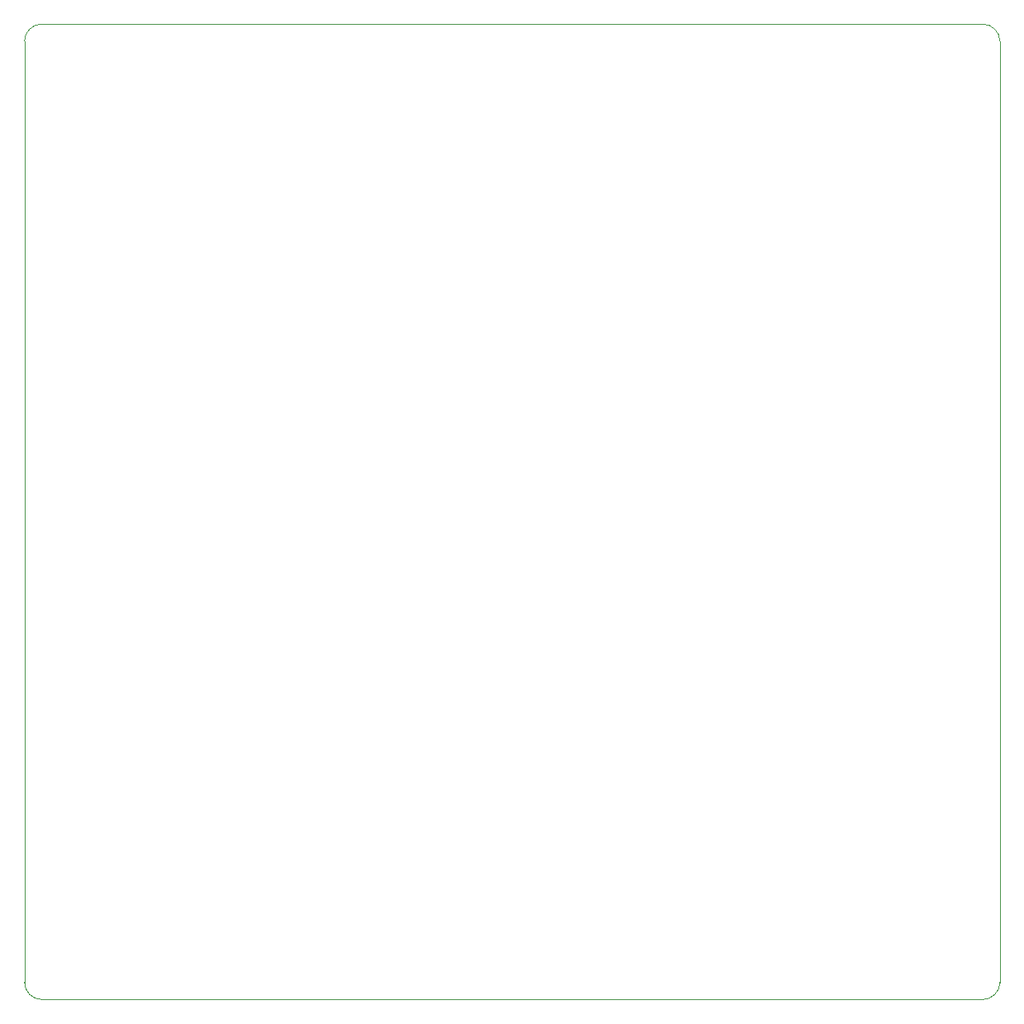
<source format=gbr>
%TF.GenerationSoftware,Altium Limited,Altium Designer,23.9.2 (47)*%
G04 Layer_Color=0*
%FSLAX25Y25*%
%MOIN*%
%TF.SameCoordinates,F944BC78-FABB-4A85-9D96-7E9E55BFA98D*%
%TF.FilePolarity,Positive*%
%TF.FileFunction,Profile,NP*%
%TF.Part,Single*%
G01*
G75*
%TA.AperFunction,Profile*%
%ADD103C,0.00100*%
D103*
X-170246Y-177146D02*
G02*
X-177146Y-170246I0J6900D01*
G01*
X-177165Y-170265D01*
Y209635D01*
D02*
G02*
X-170265Y216535I6900J0D01*
G01*
X209635D01*
D02*
G02*
X216535Y209635I0J-6900D01*
G01*
X216535Y-170265D01*
D02*
G02*
X209635Y-177165I-6900J-0D01*
G01*
X-170246Y-177146D01*
%TF.MD5,edf38519df3f1d5bb1b6a5f16fd059da*%
M02*

</source>
